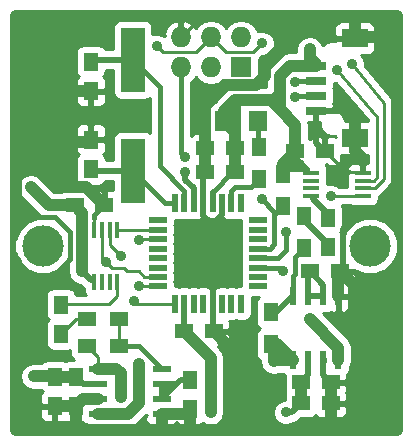
<source format=gtl>
G04 #@! TF.FileFunction,Copper,L1,Top,Signal*
%FSLAX46Y46*%
G04 Gerber Fmt 4.6, Leading zero omitted, Abs format (unit mm)*
G04 Created by KiCad (PCBNEW (2015-03-02 BZR 5466)-product) date Fri 06 Mar 2015 00:37:45 GMT*
%MOMM*%
G01*
G04 APERTURE LIST*
%ADD10C,0.100000*%
%ADD11C,3.500000*%
%ADD12R,0.550000X1.600000*%
%ADD13R,1.600000X0.550000*%
%ADD14R,0.450000X1.450000*%
%ADD15R,1.450000X0.450000*%
%ADD16R,0.600000X1.550000*%
%ADD17R,1.250000X1.500000*%
%ADD18R,1.500000X1.250000*%
%ADD19R,1.597660X1.800860*%
%ADD20R,1.300000X1.500000*%
%ADD21R,1.500000X1.300000*%
%ADD22R,1.550000X0.600000*%
%ADD23R,1.998980X5.499100*%
%ADD24R,1.727200X1.727200*%
%ADD25O,1.727200X1.727200*%
%ADD26R,2.200000X1.600000*%
%ADD27R,1.800000X0.700000*%
%ADD28C,0.889000*%
%ADD29C,0.254000*%
%ADD30C,0.381000*%
%ADD31C,0.508000*%
%ADD32C,1.016000*%
%ADD33C,1.000000*%
G04 APERTURE END LIST*
D10*
D11*
X83566000Y-83185000D03*
D12*
X100336000Y-79570000D03*
X99536000Y-79570000D03*
X98736000Y-79570000D03*
X97936000Y-79570000D03*
X97136000Y-79570000D03*
X96336000Y-79570000D03*
X95536000Y-79570000D03*
X94736000Y-79570000D03*
D13*
X93286000Y-81020000D03*
X93286000Y-81820000D03*
X93286000Y-82620000D03*
X93286000Y-83420000D03*
X93286000Y-84220000D03*
X93286000Y-85020000D03*
X93286000Y-85820000D03*
X93286000Y-86620000D03*
D12*
X94736000Y-88070000D03*
X95536000Y-88070000D03*
X96336000Y-88070000D03*
X97136000Y-88070000D03*
X97936000Y-88070000D03*
X98736000Y-88070000D03*
X99536000Y-88070000D03*
X100336000Y-88070000D03*
D13*
X101786000Y-86620000D03*
X101786000Y-85820000D03*
X101786000Y-85020000D03*
X101786000Y-84220000D03*
X101786000Y-83420000D03*
X101786000Y-82620000D03*
X101786000Y-81820000D03*
X101786000Y-81020000D03*
D14*
X87925000Y-86274000D03*
X88575000Y-86274000D03*
X89225000Y-86274000D03*
X89875000Y-86274000D03*
X89875000Y-81874000D03*
X89225000Y-81874000D03*
X88575000Y-81874000D03*
X87925000Y-81874000D03*
D15*
X106258000Y-77003000D03*
X106258000Y-77653000D03*
X106258000Y-78303000D03*
X106258000Y-78953000D03*
X110658000Y-78953000D03*
X110658000Y-78303000D03*
X110658000Y-77653000D03*
X110658000Y-77003000D03*
D16*
X108585000Y-87470000D03*
X107315000Y-87470000D03*
X106045000Y-87470000D03*
X104775000Y-87470000D03*
X104775000Y-92870000D03*
X106045000Y-92870000D03*
X107315000Y-92870000D03*
X108585000Y-92870000D03*
D17*
X87630000Y-67584000D03*
X87630000Y-70084000D03*
X87630000Y-76688000D03*
X87630000Y-74188000D03*
D18*
X99802000Y-76962000D03*
X97302000Y-76962000D03*
X95524000Y-90424000D03*
X98024000Y-90424000D03*
X99802000Y-74930000D03*
X97302000Y-74930000D03*
X86253000Y-79756000D03*
X88753000Y-79756000D03*
X104922000Y-75184000D03*
X107422000Y-75184000D03*
D17*
X85090000Y-88158000D03*
X85090000Y-90658000D03*
X107696000Y-80792000D03*
X107696000Y-83292000D03*
X96012000Y-94508000D03*
X96012000Y-97008000D03*
D18*
X106192000Y-85344000D03*
X108692000Y-85344000D03*
D17*
X86360000Y-94254000D03*
X86360000Y-96754000D03*
D18*
X105430000Y-94742000D03*
X107930000Y-94742000D03*
D17*
X84582000Y-94254000D03*
X84582000Y-96754000D03*
D18*
X105430000Y-96520000D03*
X107930000Y-96520000D03*
D19*
X98910140Y-72644000D03*
X101749860Y-72644000D03*
D20*
X103886000Y-77136000D03*
X103886000Y-79836000D03*
X101854000Y-74850000D03*
X101854000Y-77550000D03*
D21*
X87296000Y-89408000D03*
X89996000Y-89408000D03*
D20*
X105664000Y-80692000D03*
X105664000Y-83392000D03*
D21*
X89996000Y-91694000D03*
X87296000Y-91694000D03*
D20*
X102870000Y-88820000D03*
X102870000Y-91520000D03*
D22*
X93632000Y-97409000D03*
X93632000Y-96139000D03*
X93632000Y-94869000D03*
X93632000Y-93599000D03*
X88232000Y-93599000D03*
X88232000Y-94869000D03*
X88232000Y-96139000D03*
X88232000Y-97409000D03*
D23*
X91186000Y-67437000D03*
X91186000Y-76835000D03*
D11*
X111252000Y-83185000D03*
D24*
X100330000Y-68072000D03*
D25*
X100330000Y-65532000D03*
X97790000Y-68072000D03*
X97790000Y-65532000D03*
X95250000Y-68072000D03*
X95250000Y-65532000D03*
D26*
X109980000Y-65625000D03*
X109980000Y-74075000D03*
D27*
X106680000Y-69225000D03*
X106680000Y-67945000D03*
X106680000Y-70485000D03*
X106680000Y-71755000D03*
D28*
X91694000Y-86614000D03*
X102108000Y-79248000D03*
X95631000Y-75692000D03*
X109982000Y-72644000D03*
X113538000Y-76962000D03*
X110744000Y-75946000D03*
X113538000Y-70612000D03*
X99802000Y-76962000D03*
X95631002Y-76962000D03*
X106172000Y-66548000D03*
X104140000Y-97282000D03*
X97790000Y-97282000D03*
X82804000Y-94234000D03*
X82550002Y-78232000D03*
X103886000Y-85344000D03*
X104902000Y-69342000D03*
X104140000Y-82042000D03*
X104902000Y-70612000D03*
X90170000Y-84074000D03*
X91313000Y-87884000D03*
X109728000Y-67818000D03*
X108458000Y-68326000D03*
X88900000Y-84582000D03*
X93218000Y-66294000D03*
X102108000Y-66040000D03*
X90170000Y-96012000D03*
X91694000Y-93218000D03*
X103124000Y-92964000D03*
X106172000Y-89408000D03*
X91694000Y-82677000D03*
X107950000Y-78994000D03*
D29*
X92704000Y-86620000D02*
X93286000Y-86620000D01*
X91700000Y-86620000D02*
X93286000Y-86620000D01*
X91694000Y-86614000D02*
X91700000Y-86620000D01*
D30*
X102762000Y-83420000D02*
X103124000Y-83058000D01*
X103124000Y-83058000D02*
X103124000Y-80598000D01*
X103164000Y-80558000D02*
X103886000Y-79836000D01*
X103124000Y-80598000D02*
X103164000Y-80558000D01*
X101786000Y-83420000D02*
X102762000Y-83420000D01*
X103164000Y-80304000D02*
X102108000Y-79248000D01*
X103164000Y-80558000D02*
X103164000Y-80304000D01*
X95631000Y-75692000D02*
X95250000Y-75311000D01*
X95250000Y-75311000D02*
X95250000Y-68072000D01*
X81280000Y-80772000D02*
X84582000Y-80772000D01*
X85852000Y-84328000D02*
X84328000Y-85852000D01*
X85852000Y-82042000D02*
X85852000Y-84328000D01*
X84582000Y-80772000D02*
X85852000Y-82042000D01*
D31*
X81280000Y-81788000D02*
X81026000Y-82042000D01*
D32*
X81280000Y-84582000D02*
X81280000Y-98806000D01*
D31*
X81026000Y-82042000D02*
X81026000Y-84328000D01*
X81026000Y-84328000D02*
X81280000Y-84582000D01*
X108692000Y-85344000D02*
X108966000Y-85070000D01*
X108966000Y-85070000D02*
X108966000Y-81788000D01*
X110490000Y-80264000D02*
X113538000Y-80264000D01*
X108966000Y-81788000D02*
X110490000Y-80264000D01*
D32*
X113538000Y-88138000D02*
X113538000Y-84836000D01*
D31*
X113792000Y-81534000D02*
X113792000Y-84582000D01*
X113792000Y-84582000D02*
X113538000Y-84836000D01*
D32*
X113538000Y-81280000D02*
X113538000Y-80264000D01*
X113538000Y-80264000D02*
X113538000Y-76962000D01*
D31*
X113538000Y-81280000D02*
X113792000Y-81534000D01*
D32*
X97302000Y-74930000D02*
X97302000Y-76962000D01*
D31*
X86360000Y-96754000D02*
X86975000Y-96139000D01*
D32*
X84582000Y-96754000D02*
X86360000Y-96754000D01*
D31*
X97936000Y-90336000D02*
X98024000Y-90424000D01*
X97936000Y-88070000D02*
X97936000Y-90336000D01*
X107315000Y-94127000D02*
X107930000Y-94742000D01*
X107315000Y-92870000D02*
X107315000Y-94127000D01*
D33*
X107930000Y-96520000D02*
X107930000Y-94742000D01*
D32*
X109887000Y-65532000D02*
X109980000Y-65625000D01*
X109980000Y-65625000D02*
X110073000Y-65532000D01*
X110073000Y-65532000D02*
X113538000Y-65532000D01*
X109980000Y-72646000D02*
X109982000Y-72644000D01*
X109980000Y-74075000D02*
X109980000Y-72646000D01*
X109980000Y-75182000D02*
X110744000Y-75946000D01*
X109980000Y-74075000D02*
X109980000Y-75182000D01*
D29*
X110744000Y-76917000D02*
X110744000Y-75946000D01*
X110658000Y-77003000D02*
X110744000Y-76917000D01*
X110658000Y-77003000D02*
X110617000Y-76962000D01*
D31*
X109093000Y-71755000D02*
X109982000Y-72644000D01*
X106680000Y-71755000D02*
X109093000Y-71755000D01*
X106680000Y-74442000D02*
X107422000Y-75184000D01*
X106680000Y-71755000D02*
X106680000Y-74442000D01*
D29*
X109200000Y-76962000D02*
X107422000Y-75184000D01*
X110617000Y-76962000D02*
X109728000Y-76962000D01*
X109728000Y-76962000D02*
X109200000Y-76962000D01*
D32*
X99314000Y-98806000D02*
X98044000Y-98806000D01*
X107950000Y-98806000D02*
X99314000Y-98806000D01*
X113538000Y-98806000D02*
X107950000Y-98806000D01*
X113538000Y-88138000D02*
X113538000Y-98806000D01*
X98044000Y-98806000D02*
X96012000Y-98806000D01*
X93726000Y-98806000D02*
X86360000Y-98806000D01*
X96012000Y-98806000D02*
X93726000Y-98806000D01*
X86360000Y-98806000D02*
X81280000Y-98806000D01*
X81280000Y-78232000D02*
X81280000Y-80772000D01*
X81280000Y-80772000D02*
X81280000Y-81788000D01*
X81280000Y-76200000D02*
X81280000Y-78232000D01*
X81280000Y-74930000D02*
X81280000Y-76200000D01*
X81280000Y-74422000D02*
X81280000Y-74930000D01*
X81280000Y-72390000D02*
X81280000Y-74422000D01*
D31*
X97136000Y-80626000D02*
X97136000Y-79570000D01*
D30*
X98298000Y-81026000D02*
X97536000Y-81026000D01*
D31*
X97536000Y-81026000D02*
X97136000Y-80626000D01*
X98736000Y-80588000D02*
X98298000Y-81026000D01*
X98736000Y-79570000D02*
X98736000Y-80588000D01*
D30*
X97136000Y-77128000D02*
X97302000Y-76962000D01*
D31*
X97136000Y-79570000D02*
X97136000Y-77128000D01*
D32*
X108585000Y-85451000D02*
X108692000Y-85344000D01*
X108585000Y-87470000D02*
X108585000Y-85451000D01*
D33*
X107950000Y-96540000D02*
X107950000Y-98806000D01*
X107930000Y-96520000D02*
X107950000Y-96540000D01*
D32*
X95611000Y-97409000D02*
X96012000Y-97008000D01*
X93632000Y-97409000D02*
X95611000Y-97409000D01*
X96012000Y-97008000D02*
X96012000Y-98806000D01*
X86360000Y-98552000D02*
X86360000Y-98806000D01*
X86360000Y-98806000D02*
X86360000Y-98552000D01*
X86360000Y-96754000D02*
X86360000Y-98806000D01*
X86975000Y-96139000D02*
X86360000Y-96754000D01*
X88232000Y-96139000D02*
X86975000Y-96139000D01*
X93632000Y-98806000D02*
X93726000Y-98712000D01*
X93726000Y-98712000D02*
X93726000Y-98552000D01*
X93726000Y-98552000D02*
X93726000Y-98806000D01*
X93632000Y-97409000D02*
X93632000Y-98806000D01*
D29*
X87925000Y-81874000D02*
X87925000Y-80813000D01*
D30*
X87925000Y-80584000D02*
X88753000Y-79756000D01*
X87925000Y-80813000D02*
X87925000Y-80584000D01*
D32*
X109980000Y-65625000D02*
X109980000Y-63754000D01*
X99314000Y-91714000D02*
X99314000Y-98806000D01*
X98024000Y-90424000D02*
X99314000Y-91714000D01*
X111486000Y-88138000D02*
X113538000Y-88138000D01*
X108692000Y-85344000D02*
X111486000Y-88138000D01*
X87610000Y-70104000D02*
X81280000Y-70104000D01*
X87630000Y-70084000D02*
X87610000Y-70104000D01*
X87396000Y-74422000D02*
X81280000Y-74422000D01*
X87630000Y-74188000D02*
X87396000Y-74422000D01*
X87229000Y-78232000D02*
X84582000Y-78232000D01*
X84582000Y-78232000D02*
X81280000Y-74930000D01*
X88753000Y-79756000D02*
X87229000Y-78232000D01*
D31*
X97936000Y-81388000D02*
X98298000Y-81026000D01*
X97936000Y-88070000D02*
X97936000Y-81388000D01*
D32*
X81280000Y-70104000D02*
X81280000Y-72390000D01*
D33*
X113538000Y-70612000D02*
X113538000Y-76962000D01*
D32*
X113538000Y-70612000D02*
X113538000Y-65532000D01*
X109982000Y-63754000D02*
X113538000Y-63754000D01*
X113538000Y-63754000D02*
X113538000Y-70612000D01*
X81280000Y-63754000D02*
X81280000Y-70104000D01*
X109980000Y-63754000D02*
X109982000Y-63756000D01*
X109982000Y-63756000D02*
X109982000Y-64008000D01*
X109982000Y-64008000D02*
X109982000Y-63754000D01*
X103632000Y-63754000D02*
X109982000Y-63754000D01*
X98552000Y-63754000D02*
X102362000Y-63754000D01*
X102362000Y-63754000D02*
X103632000Y-63754000D01*
X97028000Y-63754000D02*
X98552000Y-63754000D01*
X95250000Y-63754000D02*
X97028000Y-63754000D01*
X81280000Y-63754000D02*
X95250000Y-63754000D01*
D29*
X95250000Y-65532000D02*
X97028000Y-63754000D01*
D33*
X102362000Y-68841998D02*
X101607998Y-69596000D01*
X103632000Y-66548000D02*
X103632000Y-63754000D01*
X103632000Y-66548000D02*
X102362000Y-67818000D01*
X102362000Y-67818000D02*
X102362000Y-68841998D01*
X101607998Y-69596000D02*
X99060000Y-69596000D01*
X97302000Y-74930000D02*
X97302000Y-71354000D01*
X97302000Y-71354000D02*
X97536000Y-71120000D01*
X97536000Y-71120000D02*
X99060000Y-69596000D01*
D31*
X105410000Y-76200000D02*
X103906000Y-76200000D01*
X104140000Y-76200000D02*
X104140000Y-75966000D01*
X103906000Y-76200000D02*
X104140000Y-76200000D01*
D32*
X99802000Y-76962000D02*
X99802000Y-74930000D01*
D30*
X98786000Y-72768140D02*
X98910140Y-72644000D01*
D31*
X86975000Y-94869000D02*
X88232000Y-94869000D01*
X86360000Y-94254000D02*
X86975000Y-94869000D01*
D32*
X84582000Y-94254000D02*
X86360000Y-94254000D01*
D31*
X95536000Y-90412000D02*
X95524000Y-90424000D01*
X95536000Y-88070000D02*
X95536000Y-90412000D01*
D29*
X106258000Y-77003000D02*
X106213000Y-77003000D01*
X106213000Y-77003000D02*
X105918000Y-76708000D01*
D31*
X105854500Y-76644500D02*
X105918000Y-76708000D01*
X104922000Y-75712000D02*
X105410000Y-76200000D01*
X105410000Y-76200000D02*
X105854500Y-76644500D01*
X104922000Y-75184000D02*
X104922000Y-75712000D01*
X104377500Y-76644500D02*
X103886000Y-77136000D01*
X105854500Y-76644500D02*
X104377500Y-76644500D01*
D33*
X105430000Y-96520000D02*
X105430000Y-94742000D01*
D31*
X106045000Y-94127000D02*
X105430000Y-94742000D01*
X106045000Y-92870000D02*
X106045000Y-94127000D01*
D32*
X104922000Y-72918000D02*
X104922000Y-75184000D01*
X103632000Y-71628000D02*
X104922000Y-72918000D01*
X103632000Y-70358000D02*
X103632000Y-71628000D01*
X104521000Y-67945000D02*
X103632000Y-68834000D01*
X103632000Y-68834000D02*
X103632000Y-70358000D01*
X106680000Y-67945000D02*
X104521000Y-67945000D01*
X103886000Y-76220000D02*
X104140000Y-75966000D01*
X103886000Y-77136000D02*
X103886000Y-76220000D01*
X104140000Y-75966000D02*
X104922000Y-75184000D01*
X99822000Y-70866000D02*
X102870000Y-70866000D01*
X102870000Y-70866000D02*
X103632000Y-71628000D01*
X99822000Y-70866000D02*
X99822000Y-70866000D01*
X98910140Y-71777860D02*
X99822000Y-70866000D01*
X98910140Y-72644000D02*
X98910140Y-71777860D01*
X103124000Y-70866000D02*
X103632000Y-70358000D01*
X102870000Y-70866000D02*
X103124000Y-70866000D01*
D31*
X96336000Y-78302000D02*
X95631002Y-77597002D01*
X95631002Y-77597002D02*
X95631002Y-76962000D01*
X96336000Y-79570000D02*
X96336000Y-78302000D01*
D30*
X99568000Y-76962000D02*
X99802000Y-76962000D01*
X97936000Y-78594000D02*
X99568000Y-76962000D01*
D31*
X97936000Y-79570000D02*
X97936000Y-78594000D01*
D32*
X99802000Y-73535860D02*
X99802000Y-74930000D01*
X98910140Y-72644000D02*
X99802000Y-73535860D01*
X99802000Y-70858002D02*
X99822000Y-70858002D01*
X99822000Y-70858002D02*
X99822000Y-70866000D01*
X99802000Y-73535860D02*
X99802000Y-70858002D01*
X106680000Y-67945000D02*
X106680000Y-67818000D01*
X106172000Y-67310000D02*
X106680000Y-67818000D01*
X106172000Y-67310000D02*
X106172000Y-66548000D01*
D31*
X104668000Y-97282000D02*
X105430000Y-96520000D01*
D32*
X95524000Y-90424000D02*
X97790000Y-92690000D01*
X84582000Y-94254000D02*
X84562000Y-94234000D01*
X82804000Y-94234000D02*
X84562000Y-94234000D01*
X86253000Y-79756000D02*
X86868000Y-80371000D01*
D29*
X87925000Y-86274000D02*
X87757000Y-86106000D01*
X87630000Y-86106000D02*
X87757000Y-86106000D01*
D32*
X86868000Y-80371000D02*
X86868000Y-85344000D01*
D31*
X87630000Y-86106000D02*
X86868000Y-85344000D01*
D32*
X84074002Y-79756000D02*
X86253000Y-79756000D01*
D31*
X104140000Y-97282000D02*
X104668000Y-97282000D01*
D32*
X97790000Y-92690000D02*
X97790000Y-97282000D01*
X84074002Y-79756000D02*
X82550002Y-78232000D01*
D31*
X91186000Y-67437000D02*
X87777000Y-67437000D01*
X87777000Y-67437000D02*
X87630000Y-67584000D01*
D30*
X87777000Y-67437000D02*
X87630000Y-67584000D01*
X95536000Y-79570000D02*
X95536000Y-78518000D01*
X93472000Y-69723000D02*
X91186000Y-67437000D01*
X93472000Y-76454000D02*
X93472000Y-69723000D01*
X95536000Y-78518000D02*
X93472000Y-76454000D01*
D31*
X91186000Y-76835000D02*
X87777000Y-76835000D01*
X87777000Y-76835000D02*
X87630000Y-76688000D01*
D30*
X94736000Y-79570000D02*
X93921000Y-79570000D01*
X93921000Y-79570000D02*
X91186000Y-76835000D01*
X101749860Y-72644000D02*
X101749860Y-74745860D01*
X101749860Y-74745860D02*
X101854000Y-74850000D01*
X103562000Y-85020000D02*
X103886000Y-85344000D01*
X104902000Y-69342000D02*
X105019000Y-69225000D01*
X105019000Y-69225000D02*
X106680000Y-69225000D01*
X101786000Y-85020000D02*
X103562000Y-85020000D01*
X103486000Y-84220000D02*
X104140000Y-83566000D01*
X104140000Y-83566000D02*
X104140000Y-82042000D01*
X104902000Y-70612000D02*
X105029000Y-70485000D01*
X105029000Y-70485000D02*
X106680000Y-70485000D01*
X101786000Y-84220000D02*
X103486000Y-84220000D01*
X99536000Y-78518000D02*
X99536000Y-79570000D01*
X99822000Y-78232000D02*
X99536000Y-78518000D01*
X101172000Y-78232000D02*
X101854000Y-77550000D01*
X99822000Y-78232000D02*
X101172000Y-78232000D01*
D29*
X89875000Y-86274000D02*
X89875000Y-87417000D01*
X89154000Y-88138000D02*
X85110000Y-88138000D01*
X89875000Y-87417000D02*
X89154000Y-88138000D01*
X85110000Y-88138000D02*
X85090000Y-88158000D01*
X87296000Y-89408000D02*
X86340000Y-89408000D01*
X86340000Y-89408000D02*
X85090000Y-90658000D01*
X106258000Y-78953000D02*
X106299000Y-78994000D01*
X106258000Y-78953000D02*
X106258000Y-79080000D01*
D31*
X107696000Y-80518000D02*
X107696000Y-80792000D01*
D29*
X106426000Y-79248000D02*
X106258000Y-79080000D01*
D31*
X107696000Y-80518000D02*
X106426000Y-79248000D01*
X105664000Y-80692000D02*
X105731000Y-80625000D01*
X107696000Y-83058000D02*
X107696000Y-83292000D01*
X105664000Y-81026000D02*
X107696000Y-83058000D01*
X105664000Y-80692000D02*
X105664000Y-81026000D01*
X93632000Y-94869000D02*
X93632000Y-94902000D01*
X93632000Y-94902000D02*
X94234000Y-95504000D01*
X93632000Y-96139000D02*
X93632000Y-94869000D01*
X95230000Y-94508000D02*
X94869000Y-94869000D01*
X94869000Y-94869000D02*
X93632000Y-94869000D01*
X96012000Y-94508000D02*
X95230000Y-94508000D01*
X93632000Y-96106000D02*
X94234000Y-95504000D01*
X94234000Y-95504000D02*
X94869000Y-94869000D01*
X93632000Y-96139000D02*
X93632000Y-96106000D01*
X106045000Y-87470000D02*
X106045000Y-87015000D01*
X107315000Y-86467000D02*
X106192000Y-85344000D01*
X107315000Y-87470000D02*
X107315000Y-86467000D01*
X106045000Y-85491000D02*
X106192000Y-85344000D01*
X106045000Y-87470000D02*
X106045000Y-85491000D01*
X107315000Y-87470000D02*
X106045000Y-87470000D01*
D29*
X94736000Y-88070000D02*
X91499000Y-88070000D01*
X91499000Y-88070000D02*
X91313000Y-87884000D01*
X89225000Y-83129000D02*
X90170000Y-84074000D01*
X89225000Y-81874000D02*
X89225000Y-83129000D01*
X111689000Y-78303000D02*
X112458500Y-77533500D01*
X110658000Y-78303000D02*
X111689000Y-78303000D01*
X112458500Y-77533500D02*
X112458500Y-71056500D01*
X109728000Y-67818000D02*
X112395000Y-70993000D01*
X90424000Y-85090000D02*
X89408000Y-85090000D01*
X88900000Y-84582000D02*
X88575000Y-84257000D01*
X89408000Y-85090000D02*
X88900000Y-84582000D01*
X88575000Y-84257000D02*
X88575000Y-81874000D01*
X90678000Y-85344000D02*
X90424000Y-85090000D01*
X92170000Y-85820000D02*
X91694000Y-85344000D01*
X91694000Y-85344000D02*
X90678000Y-85344000D01*
X93286000Y-85820000D02*
X92170000Y-85820000D01*
X111887000Y-77343000D02*
X111887000Y-72263000D01*
X111887000Y-77343000D02*
X111577000Y-77653000D01*
X110658000Y-77653000D02*
X111577000Y-77653000D01*
X108458000Y-68326000D02*
X111887000Y-72263000D01*
X93726000Y-66802000D02*
X96520000Y-66802000D01*
X93218000Y-66294000D02*
X93726000Y-66802000D01*
X97790000Y-65532000D02*
X96520000Y-66802000D01*
X99060000Y-66802000D02*
X101346000Y-66802000D01*
X101346000Y-66802000D02*
X102108000Y-66040000D01*
X97790000Y-65532000D02*
X99060000Y-66802000D01*
D32*
X88232000Y-93599000D02*
X89789000Y-93599000D01*
D29*
X88232000Y-93599000D02*
X88232000Y-92630000D01*
X88232000Y-92630000D02*
X87296000Y-91694000D01*
D32*
X90170000Y-93980000D02*
X89789000Y-93599000D01*
X90170000Y-96012000D02*
X90170000Y-93980000D01*
X90805000Y-97409000D02*
X88232000Y-97409000D01*
X91694000Y-96520000D02*
X91694000Y-93218000D01*
X90805000Y-97409000D02*
X91694000Y-96520000D01*
X103218000Y-92870000D02*
X103124000Y-92964000D01*
X104775000Y-92870000D02*
X103218000Y-92870000D01*
X103124000Y-91774000D02*
X103124000Y-92964000D01*
X102870000Y-91520000D02*
X103124000Y-91774000D01*
X103425000Y-91520000D02*
X102870000Y-91520000D01*
X104775000Y-92870000D02*
X103425000Y-91520000D01*
D33*
X106172000Y-89408000D02*
X108585000Y-91821000D01*
X108585000Y-91821000D02*
X108585000Y-92870000D01*
D29*
X89996000Y-89408000D02*
X89996000Y-91694000D01*
D30*
X91727000Y-91694000D02*
X89996000Y-91694000D01*
X93632000Y-93599000D02*
X91727000Y-91694000D01*
D31*
X103298000Y-88820000D02*
X104775000Y-87470000D01*
X102870000Y-88820000D02*
X103298000Y-88820000D01*
D29*
X105664000Y-83392000D02*
X105330000Y-83392000D01*
D30*
X104775000Y-85725000D02*
X104902000Y-85598000D01*
X104902000Y-85598000D02*
X104902000Y-84154000D01*
X104902000Y-84154000D02*
X105664000Y-83392000D01*
X104775000Y-87470000D02*
X104775000Y-85725000D01*
D29*
X89929000Y-81820000D02*
X89875000Y-81874000D01*
X93286000Y-81820000D02*
X89929000Y-81820000D01*
X91764000Y-82620000D02*
X91707000Y-82677000D01*
X91707000Y-82677000D02*
X91694000Y-82677000D01*
X107991000Y-78953000D02*
X110658000Y-78953000D01*
X107991000Y-78953000D02*
X107950000Y-78994000D01*
X93286000Y-82620000D02*
X91764000Y-82620000D01*
G36*
X88379000Y-96266000D02*
X88359000Y-96266000D01*
X88232000Y-96266000D01*
X88131449Y-96286000D01*
X88105000Y-96286000D01*
X88105000Y-96266000D01*
X88085000Y-96266000D01*
X88085000Y-96012000D01*
X88105000Y-96012000D01*
X88105000Y-95992000D01*
X88359000Y-95992000D01*
X88359000Y-96012000D01*
X88379000Y-96012000D01*
X88379000Y-96266000D01*
X88379000Y-96266000D01*
G37*
X88379000Y-96266000D02*
X88359000Y-96266000D01*
X88232000Y-96266000D01*
X88131449Y-96286000D01*
X88105000Y-96286000D01*
X88105000Y-96266000D01*
X88085000Y-96266000D01*
X88085000Y-96012000D01*
X88105000Y-96012000D01*
X88105000Y-95992000D01*
X88359000Y-95992000D01*
X88359000Y-96012000D01*
X88379000Y-96012000D01*
X88379000Y-96266000D01*
G36*
X100363213Y-86222065D02*
X100338560Y-86345000D01*
X100338560Y-86622560D01*
X100061000Y-86622560D01*
X99933934Y-86647213D01*
X99811000Y-86622560D01*
X99261000Y-86622560D01*
X99133934Y-86647213D01*
X99011000Y-86622560D01*
X98461000Y-86622560D01*
X98356313Y-86642871D01*
X98337310Y-86635000D01*
X98221750Y-86635000D01*
X98126590Y-86730159D01*
X98006073Y-86809327D01*
X97936045Y-86913068D01*
X97871673Y-86815073D01*
X97744437Y-86729187D01*
X97650250Y-86635000D01*
X97534690Y-86635000D01*
X97514576Y-86643331D01*
X97411000Y-86622560D01*
X96861000Y-86622560D01*
X96733934Y-86647213D01*
X96611000Y-86622560D01*
X96061000Y-86622560D01*
X95933934Y-86647213D01*
X95811000Y-86622560D01*
X95261000Y-86622560D01*
X95133934Y-86647213D01*
X95011000Y-86622560D01*
X94733440Y-86622560D01*
X94733440Y-86345000D01*
X94708786Y-86217934D01*
X94733440Y-86095000D01*
X94733440Y-85545000D01*
X94708786Y-85417934D01*
X94733440Y-85295000D01*
X94733440Y-84745000D01*
X94708786Y-84617934D01*
X94733440Y-84495000D01*
X94733440Y-83945000D01*
X94708786Y-83817934D01*
X94733440Y-83695000D01*
X94733440Y-83145000D01*
X94708786Y-83017934D01*
X94733440Y-82895000D01*
X94733440Y-82345000D01*
X94708786Y-82217934D01*
X94733440Y-82095000D01*
X94733440Y-81545000D01*
X94708786Y-81417934D01*
X94733440Y-81295000D01*
X94733440Y-81017440D01*
X95011000Y-81017440D01*
X95138065Y-80992786D01*
X95261000Y-81017440D01*
X95811000Y-81017440D01*
X95938065Y-80992786D01*
X96061000Y-81017440D01*
X96611000Y-81017440D01*
X96715686Y-80997128D01*
X96734690Y-81005000D01*
X96850250Y-81005000D01*
X96945409Y-80909840D01*
X97065927Y-80830673D01*
X97135954Y-80726931D01*
X97200327Y-80824927D01*
X97327562Y-80910812D01*
X97421750Y-81005000D01*
X97537310Y-81005000D01*
X97557423Y-80996668D01*
X97661000Y-81017440D01*
X98211000Y-81017440D01*
X98315686Y-80997128D01*
X98334690Y-81005000D01*
X98450250Y-81005000D01*
X98545409Y-80909840D01*
X98665927Y-80830673D01*
X98735954Y-80726931D01*
X98800327Y-80824927D01*
X98927562Y-80910812D01*
X99021750Y-81005000D01*
X99137310Y-81005000D01*
X99157423Y-80996668D01*
X99261000Y-81017440D01*
X99811000Y-81017440D01*
X99938065Y-80992786D01*
X100061000Y-81017440D01*
X100338560Y-81017440D01*
X100338560Y-81295000D01*
X100363213Y-81422065D01*
X100338560Y-81545000D01*
X100338560Y-82095000D01*
X100363213Y-82222065D01*
X100338560Y-82345000D01*
X100338560Y-82895000D01*
X100363213Y-83022065D01*
X100338560Y-83145000D01*
X100338560Y-83695000D01*
X100363213Y-83822065D01*
X100338560Y-83945000D01*
X100338560Y-84495000D01*
X100363213Y-84622065D01*
X100338560Y-84745000D01*
X100338560Y-85295000D01*
X100363213Y-85422065D01*
X100338560Y-85545000D01*
X100338560Y-86095000D01*
X100363213Y-86222065D01*
X100363213Y-86222065D01*
G37*
X100363213Y-86222065D02*
X100338560Y-86345000D01*
X100338560Y-86622560D01*
X100061000Y-86622560D01*
X99933934Y-86647213D01*
X99811000Y-86622560D01*
X99261000Y-86622560D01*
X99133934Y-86647213D01*
X99011000Y-86622560D01*
X98461000Y-86622560D01*
X98356313Y-86642871D01*
X98337310Y-86635000D01*
X98221750Y-86635000D01*
X98126590Y-86730159D01*
X98006073Y-86809327D01*
X97936045Y-86913068D01*
X97871673Y-86815073D01*
X97744437Y-86729187D01*
X97650250Y-86635000D01*
X97534690Y-86635000D01*
X97514576Y-86643331D01*
X97411000Y-86622560D01*
X96861000Y-86622560D01*
X96733934Y-86647213D01*
X96611000Y-86622560D01*
X96061000Y-86622560D01*
X95933934Y-86647213D01*
X95811000Y-86622560D01*
X95261000Y-86622560D01*
X95133934Y-86647213D01*
X95011000Y-86622560D01*
X94733440Y-86622560D01*
X94733440Y-86345000D01*
X94708786Y-86217934D01*
X94733440Y-86095000D01*
X94733440Y-85545000D01*
X94708786Y-85417934D01*
X94733440Y-85295000D01*
X94733440Y-84745000D01*
X94708786Y-84617934D01*
X94733440Y-84495000D01*
X94733440Y-83945000D01*
X94708786Y-83817934D01*
X94733440Y-83695000D01*
X94733440Y-83145000D01*
X94708786Y-83017934D01*
X94733440Y-82895000D01*
X94733440Y-82345000D01*
X94708786Y-82217934D01*
X94733440Y-82095000D01*
X94733440Y-81545000D01*
X94708786Y-81417934D01*
X94733440Y-81295000D01*
X94733440Y-81017440D01*
X95011000Y-81017440D01*
X95138065Y-80992786D01*
X95261000Y-81017440D01*
X95811000Y-81017440D01*
X95938065Y-80992786D01*
X96061000Y-81017440D01*
X96611000Y-81017440D01*
X96715686Y-80997128D01*
X96734690Y-81005000D01*
X96850250Y-81005000D01*
X96945409Y-80909840D01*
X97065927Y-80830673D01*
X97135954Y-80726931D01*
X97200327Y-80824927D01*
X97327562Y-80910812D01*
X97421750Y-81005000D01*
X97537310Y-81005000D01*
X97557423Y-80996668D01*
X97661000Y-81017440D01*
X98211000Y-81017440D01*
X98315686Y-80997128D01*
X98334690Y-81005000D01*
X98450250Y-81005000D01*
X98545409Y-80909840D01*
X98665927Y-80830673D01*
X98735954Y-80726931D01*
X98800327Y-80824927D01*
X98927562Y-80910812D01*
X99021750Y-81005000D01*
X99137310Y-81005000D01*
X99157423Y-80996668D01*
X99261000Y-81017440D01*
X99811000Y-81017440D01*
X99938065Y-80992786D01*
X100061000Y-81017440D01*
X100338560Y-81017440D01*
X100338560Y-81295000D01*
X100363213Y-81422065D01*
X100338560Y-81545000D01*
X100338560Y-82095000D01*
X100363213Y-82222065D01*
X100338560Y-82345000D01*
X100338560Y-82895000D01*
X100363213Y-83022065D01*
X100338560Y-83145000D01*
X100338560Y-83695000D01*
X100363213Y-83822065D01*
X100338560Y-83945000D01*
X100338560Y-84495000D01*
X100363213Y-84622065D01*
X100338560Y-84745000D01*
X100338560Y-85295000D01*
X100363213Y-85422065D01*
X100338560Y-85545000D01*
X100338560Y-86095000D01*
X100363213Y-86222065D01*
G36*
X107462000Y-92997000D02*
X107442000Y-92997000D01*
X107442000Y-93017000D01*
X107188000Y-93017000D01*
X107188000Y-92997000D01*
X107168000Y-92997000D01*
X107168000Y-92743000D01*
X107188000Y-92743000D01*
X107188000Y-92723000D01*
X107442000Y-92723000D01*
X107442000Y-92743000D01*
X107450000Y-92743000D01*
X107450000Y-92870000D01*
X107462000Y-92930330D01*
X107462000Y-92997000D01*
X107462000Y-92997000D01*
G37*
X107462000Y-92997000D02*
X107442000Y-92997000D01*
X107442000Y-93017000D01*
X107188000Y-93017000D01*
X107188000Y-92997000D01*
X107168000Y-92997000D01*
X107168000Y-92743000D01*
X107188000Y-92743000D01*
X107188000Y-92723000D01*
X107442000Y-92723000D01*
X107442000Y-92743000D01*
X107450000Y-92743000D01*
X107450000Y-92870000D01*
X107462000Y-92930330D01*
X107462000Y-92997000D01*
G36*
X108403748Y-73947998D02*
X108356245Y-73947998D01*
X108298309Y-73924000D01*
X107707750Y-73924000D01*
X107549000Y-74082750D01*
X107549000Y-75057000D01*
X107569000Y-75057000D01*
X107569000Y-75311000D01*
X107549000Y-75311000D01*
X107549000Y-75331000D01*
X107295000Y-75331000D01*
X107295000Y-75311000D01*
X107275000Y-75311000D01*
X107275000Y-75057000D01*
X107295000Y-75057000D01*
X107295000Y-74082750D01*
X107136250Y-73924000D01*
X106545691Y-73924000D01*
X106312302Y-74020673D01*
X106170823Y-74162150D01*
X106132673Y-74104073D01*
X106065000Y-74058392D01*
X106065000Y-72918000D01*
X106029593Y-72740000D01*
X106394250Y-72740000D01*
X106553000Y-72581250D01*
X106553000Y-71882000D01*
X106533000Y-71882000D01*
X106533000Y-71628000D01*
X106553000Y-71628000D01*
X106553000Y-71608000D01*
X106807000Y-71608000D01*
X106807000Y-71628000D01*
X106827000Y-71628000D01*
X106827000Y-71882000D01*
X106807000Y-71882000D01*
X106807000Y-72581250D01*
X106965750Y-72740000D01*
X106995030Y-72740000D01*
X106994812Y-72989873D01*
X107159646Y-73388800D01*
X107464595Y-73694282D01*
X107863233Y-73859811D01*
X108294873Y-73860188D01*
X108309778Y-73854028D01*
X108403748Y-73947998D01*
X108403748Y-73947998D01*
G37*
X108403748Y-73947998D02*
X108356245Y-73947998D01*
X108298309Y-73924000D01*
X107707750Y-73924000D01*
X107549000Y-74082750D01*
X107549000Y-75057000D01*
X107569000Y-75057000D01*
X107569000Y-75311000D01*
X107549000Y-75311000D01*
X107549000Y-75331000D01*
X107295000Y-75331000D01*
X107295000Y-75311000D01*
X107275000Y-75311000D01*
X107275000Y-75057000D01*
X107295000Y-75057000D01*
X107295000Y-74082750D01*
X107136250Y-73924000D01*
X106545691Y-73924000D01*
X106312302Y-74020673D01*
X106170823Y-74162150D01*
X106132673Y-74104073D01*
X106065000Y-74058392D01*
X106065000Y-72918000D01*
X106029593Y-72740000D01*
X106394250Y-72740000D01*
X106553000Y-72581250D01*
X106553000Y-71882000D01*
X106533000Y-71882000D01*
X106533000Y-71628000D01*
X106553000Y-71628000D01*
X106553000Y-71608000D01*
X106807000Y-71608000D01*
X106807000Y-71628000D01*
X106827000Y-71628000D01*
X106827000Y-71882000D01*
X106807000Y-71882000D01*
X106807000Y-72581250D01*
X106965750Y-72740000D01*
X106995030Y-72740000D01*
X106994812Y-72989873D01*
X107159646Y-73388800D01*
X107464595Y-73694282D01*
X107863233Y-73859811D01*
X108294873Y-73860188D01*
X108309778Y-73854028D01*
X108403748Y-73947998D01*
G36*
X111125000Y-76143000D02*
X110943750Y-76143000D01*
X110785000Y-76301750D01*
X110785000Y-76780560D01*
X110531000Y-76780560D01*
X110531000Y-76301750D01*
X110372250Y-76143000D01*
X109853000Y-76143000D01*
X109806691Y-76143000D01*
X109573302Y-76239673D01*
X109394673Y-76418301D01*
X109298000Y-76651690D01*
X109298000Y-76731750D01*
X109456750Y-76890500D01*
X109595027Y-76890500D01*
X109478073Y-76967327D01*
X109335623Y-77178360D01*
X109321006Y-77251243D01*
X109298000Y-77274250D01*
X109298000Y-77354310D01*
X109299575Y-77358112D01*
X109285560Y-77428000D01*
X109285560Y-77878000D01*
X109305282Y-77979652D01*
X109285560Y-78078000D01*
X109285560Y-78191000D01*
X108673713Y-78191000D01*
X108562286Y-78079378D01*
X108165668Y-77914687D01*
X107736216Y-77914313D01*
X107612943Y-77965248D01*
X107630440Y-77878000D01*
X107630440Y-77428000D01*
X107610717Y-77326347D01*
X107630440Y-77228000D01*
X107630440Y-76778000D01*
X107583463Y-76535877D01*
X107523109Y-76444000D01*
X107549002Y-76444000D01*
X107549002Y-76285252D01*
X107707750Y-76444000D01*
X108298309Y-76444000D01*
X108531698Y-76347327D01*
X108710327Y-76168699D01*
X108807000Y-75935310D01*
X108807000Y-75682691D01*
X108807000Y-75510000D01*
X109006309Y-75510000D01*
X109694250Y-75510000D01*
X109853000Y-75351250D01*
X109853000Y-74202000D01*
X109833000Y-74202000D01*
X109833000Y-73948000D01*
X109853000Y-73948000D01*
X109853000Y-72798750D01*
X109694250Y-72640000D01*
X109165118Y-72640000D01*
X109165188Y-72560127D01*
X109000354Y-72161200D01*
X108695405Y-71855718D01*
X108296767Y-71690189D01*
X108215000Y-71690117D01*
X108215000Y-71627998D01*
X108056252Y-71627998D01*
X108215000Y-71469250D01*
X108215000Y-71278691D01*
X108150880Y-71123893D01*
X108177377Y-71084640D01*
X108227440Y-70835000D01*
X108227440Y-70135000D01*
X108180463Y-69892877D01*
X108156223Y-69855977D01*
X108177377Y-69824640D01*
X108227440Y-69575000D01*
X108227440Y-69399129D01*
X108242332Y-69405313D01*
X108387656Y-69405439D01*
X111125000Y-72548315D01*
X111125000Y-72640000D01*
X110953691Y-72640000D01*
X110265750Y-72640000D01*
X110107000Y-72798750D01*
X110107000Y-73948000D01*
X110127000Y-73948000D01*
X110127000Y-74202000D01*
X110107000Y-74202000D01*
X110107000Y-75351250D01*
X110265750Y-75510000D01*
X110953691Y-75510000D01*
X111125000Y-75510000D01*
X111125000Y-76143000D01*
X111125000Y-76143000D01*
G37*
X111125000Y-76143000D02*
X110943750Y-76143000D01*
X110785000Y-76301750D01*
X110785000Y-76780560D01*
X110531000Y-76780560D01*
X110531000Y-76301750D01*
X110372250Y-76143000D01*
X109853000Y-76143000D01*
X109806691Y-76143000D01*
X109573302Y-76239673D01*
X109394673Y-76418301D01*
X109298000Y-76651690D01*
X109298000Y-76731750D01*
X109456750Y-76890500D01*
X109595027Y-76890500D01*
X109478073Y-76967327D01*
X109335623Y-77178360D01*
X109321006Y-77251243D01*
X109298000Y-77274250D01*
X109298000Y-77354310D01*
X109299575Y-77358112D01*
X109285560Y-77428000D01*
X109285560Y-77878000D01*
X109305282Y-77979652D01*
X109285560Y-78078000D01*
X109285560Y-78191000D01*
X108673713Y-78191000D01*
X108562286Y-78079378D01*
X108165668Y-77914687D01*
X107736216Y-77914313D01*
X107612943Y-77965248D01*
X107630440Y-77878000D01*
X107630440Y-77428000D01*
X107610717Y-77326347D01*
X107630440Y-77228000D01*
X107630440Y-76778000D01*
X107583463Y-76535877D01*
X107523109Y-76444000D01*
X107549002Y-76444000D01*
X107549002Y-76285252D01*
X107707750Y-76444000D01*
X108298309Y-76444000D01*
X108531698Y-76347327D01*
X108710327Y-76168699D01*
X108807000Y-75935310D01*
X108807000Y-75682691D01*
X108807000Y-75510000D01*
X109006309Y-75510000D01*
X109694250Y-75510000D01*
X109853000Y-75351250D01*
X109853000Y-74202000D01*
X109833000Y-74202000D01*
X109833000Y-73948000D01*
X109853000Y-73948000D01*
X109853000Y-72798750D01*
X109694250Y-72640000D01*
X109165118Y-72640000D01*
X109165188Y-72560127D01*
X109000354Y-72161200D01*
X108695405Y-71855718D01*
X108296767Y-71690189D01*
X108215000Y-71690117D01*
X108215000Y-71627998D01*
X108056252Y-71627998D01*
X108215000Y-71469250D01*
X108215000Y-71278691D01*
X108150880Y-71123893D01*
X108177377Y-71084640D01*
X108227440Y-70835000D01*
X108227440Y-70135000D01*
X108180463Y-69892877D01*
X108156223Y-69855977D01*
X108177377Y-69824640D01*
X108227440Y-69575000D01*
X108227440Y-69399129D01*
X108242332Y-69405313D01*
X108387656Y-69405439D01*
X111125000Y-72548315D01*
X111125000Y-72640000D01*
X110953691Y-72640000D01*
X110265750Y-72640000D01*
X110107000Y-72798750D01*
X110107000Y-73948000D01*
X110127000Y-73948000D01*
X110127000Y-74202000D01*
X110107000Y-74202000D01*
X110107000Y-75351250D01*
X110265750Y-75510000D01*
X110953691Y-75510000D01*
X111125000Y-75510000D01*
X111125000Y-76143000D01*
G36*
X113615000Y-82658431D02*
X113275084Y-81835771D01*
X112604758Y-81164274D01*
X111728487Y-80800415D01*
X110779675Y-80799587D01*
X109902771Y-81161916D01*
X109231274Y-81832242D01*
X108958286Y-82489669D01*
X108921463Y-82299877D01*
X108781673Y-82087073D01*
X108715471Y-82042386D01*
X108775927Y-82002673D01*
X108918377Y-81791640D01*
X108968440Y-81542000D01*
X108968440Y-80042000D01*
X108921463Y-79799877D01*
X108865707Y-79715000D01*
X109593914Y-79715000D01*
X109683360Y-79775377D01*
X109933000Y-79825440D01*
X111383000Y-79825440D01*
X111625123Y-79778463D01*
X111837927Y-79638673D01*
X111980377Y-79427640D01*
X112030440Y-79178000D01*
X112030440Y-78973697D01*
X112030440Y-78973696D01*
X112227815Y-78841815D01*
X112997315Y-78072316D01*
X112997315Y-78072315D01*
X113162496Y-77825105D01*
X113220499Y-77533500D01*
X113220500Y-77533500D01*
X113220500Y-71056500D01*
X113162496Y-70764895D01*
X112997315Y-70517685D01*
X112980379Y-70506369D01*
X112978467Y-70502887D01*
X110807413Y-67918300D01*
X110807687Y-67604216D01*
X110643689Y-67207311D01*
X110496634Y-67060000D01*
X110953691Y-67060000D01*
X111206310Y-67060000D01*
X111439699Y-66963327D01*
X111618327Y-66784698D01*
X111715000Y-66551309D01*
X111715000Y-65910750D01*
X111715000Y-65339250D01*
X111715000Y-64698691D01*
X111618327Y-64465302D01*
X111439699Y-64286673D01*
X111206310Y-64190000D01*
X110953691Y-64190000D01*
X110265750Y-64190000D01*
X110107000Y-64348750D01*
X110107000Y-65498000D01*
X111556250Y-65498000D01*
X111715000Y-65339250D01*
X111715000Y-65910750D01*
X111556250Y-65752000D01*
X110107000Y-65752000D01*
X110107000Y-65772000D01*
X109853000Y-65772000D01*
X109853000Y-65752000D01*
X109853000Y-65498000D01*
X109853000Y-64348750D01*
X109694250Y-64190000D01*
X109006309Y-64190000D01*
X108753690Y-64190000D01*
X108520301Y-64286673D01*
X108341673Y-64465302D01*
X108245000Y-64698691D01*
X108245000Y-65339250D01*
X108403750Y-65498000D01*
X109853000Y-65498000D01*
X109853000Y-65752000D01*
X108403750Y-65752000D01*
X108310046Y-65845703D01*
X108296767Y-65840189D01*
X107865127Y-65839812D01*
X107466200Y-66004646D01*
X107249874Y-66220593D01*
X107227994Y-66110593D01*
X106980223Y-65739777D01*
X106609407Y-65492006D01*
X106172000Y-65405000D01*
X105734593Y-65492006D01*
X105363777Y-65739777D01*
X105116006Y-66110593D01*
X105029000Y-66548000D01*
X105029000Y-66802000D01*
X104521000Y-66802000D01*
X104083593Y-66889006D01*
X103712777Y-67136777D01*
X102823777Y-68025777D01*
X102576006Y-68396593D01*
X102489000Y-68834000D01*
X102489000Y-69723000D01*
X99862208Y-69723000D01*
X99822000Y-69715002D01*
X99802000Y-69715002D01*
X99364593Y-69802008D01*
X98993777Y-70049779D01*
X98937398Y-70134155D01*
X98101917Y-70969637D01*
X98003408Y-71117065D01*
X97869187Y-71143107D01*
X97656383Y-71282897D01*
X97513933Y-71493930D01*
X97463870Y-71743570D01*
X97463870Y-73544430D01*
X97504404Y-73753345D01*
X97429000Y-73828750D01*
X97429000Y-74803000D01*
X97449000Y-74803000D01*
X97449000Y-75057000D01*
X97429000Y-75057000D01*
X97429000Y-75860750D01*
X97429000Y-76031250D01*
X97429000Y-76835000D01*
X97449000Y-76835000D01*
X97449000Y-77089000D01*
X97429000Y-77089000D01*
X97429000Y-77109000D01*
X97175000Y-77109000D01*
X97175000Y-77089000D01*
X97155000Y-77089000D01*
X97155000Y-76835000D01*
X97175000Y-76835000D01*
X97175000Y-76031250D01*
X97175000Y-75860750D01*
X97175000Y-75057000D01*
X97155000Y-75057000D01*
X97155000Y-74803000D01*
X97175000Y-74803000D01*
X97175000Y-73828750D01*
X97016250Y-73670000D01*
X96425691Y-73670000D01*
X96192302Y-73766673D01*
X96075500Y-73883474D01*
X96075500Y-69307754D01*
X96339029Y-69131670D01*
X96520000Y-68860827D01*
X96700971Y-69131670D01*
X97187152Y-69456526D01*
X97760641Y-69570600D01*
X97819359Y-69570600D01*
X98392848Y-69456526D01*
X98859529Y-69144699D01*
X98865937Y-69177723D01*
X99005727Y-69390527D01*
X99216760Y-69532977D01*
X99466400Y-69583040D01*
X101193600Y-69583040D01*
X101435723Y-69536063D01*
X101648527Y-69396273D01*
X101790977Y-69185240D01*
X101841040Y-68935600D01*
X101841040Y-67370064D01*
X101884815Y-67340815D01*
X102106131Y-67119499D01*
X102321784Y-67119687D01*
X102718689Y-66955689D01*
X103022622Y-66652286D01*
X103187313Y-66255668D01*
X103187687Y-65826216D01*
X103023689Y-65429311D01*
X102720286Y-65125378D01*
X102323668Y-64960687D01*
X101894216Y-64960313D01*
X101755633Y-65017574D01*
X101743885Y-64958511D01*
X101419029Y-64472330D01*
X100932848Y-64147474D01*
X100359359Y-64033400D01*
X100300641Y-64033400D01*
X99727152Y-64147474D01*
X99240971Y-64472330D01*
X99060000Y-64743172D01*
X98879029Y-64472330D01*
X98392848Y-64147474D01*
X97819359Y-64033400D01*
X97760641Y-64033400D01*
X97187152Y-64147474D01*
X96700971Y-64472330D01*
X96520007Y-64743160D01*
X96138490Y-64325179D01*
X95609027Y-64077032D01*
X95377000Y-64197531D01*
X95377000Y-65405000D01*
X95397000Y-65405000D01*
X95397000Y-65659000D01*
X95377000Y-65659000D01*
X95377000Y-65679000D01*
X95123000Y-65679000D01*
X95123000Y-65659000D01*
X95103000Y-65659000D01*
X95103000Y-65405000D01*
X95123000Y-65405000D01*
X95123000Y-64197531D01*
X94890973Y-64077032D01*
X94361510Y-64325179D01*
X93967312Y-64757053D01*
X93795042Y-65172974D01*
X93916181Y-65404998D01*
X93855861Y-65404998D01*
X93830286Y-65379378D01*
X93433668Y-65214687D01*
X93004216Y-65214313D01*
X92832930Y-65285087D01*
X92832930Y-64687450D01*
X92785953Y-64445327D01*
X92646163Y-64232523D01*
X92435130Y-64090073D01*
X92185490Y-64040010D01*
X90186510Y-64040010D01*
X89944387Y-64086987D01*
X89731583Y-64226777D01*
X89589133Y-64437810D01*
X89539070Y-64687450D01*
X89539070Y-66548000D01*
X88826640Y-66548000D01*
X88715673Y-66379073D01*
X88504640Y-66236623D01*
X88255000Y-66186560D01*
X87005000Y-66186560D01*
X86762877Y-66233537D01*
X86550073Y-66373327D01*
X86407623Y-66584360D01*
X86357560Y-66834000D01*
X86357560Y-68334000D01*
X86404537Y-68576123D01*
X86544327Y-68788927D01*
X86608637Y-68832337D01*
X86466673Y-68974302D01*
X86370000Y-69207691D01*
X86370000Y-69798250D01*
X86528750Y-69957000D01*
X87503000Y-69957000D01*
X87503000Y-69937000D01*
X87757000Y-69937000D01*
X87757000Y-69957000D01*
X88731250Y-69957000D01*
X88890000Y-69798250D01*
X88890000Y-69207691D01*
X88793327Y-68974302D01*
X88651849Y-68832823D01*
X88709927Y-68794673D01*
X88852377Y-68583640D01*
X88902440Y-68334000D01*
X88902440Y-68326000D01*
X89539070Y-68326000D01*
X89539070Y-70186550D01*
X89586047Y-70428673D01*
X89725837Y-70641477D01*
X89936870Y-70783927D01*
X90186510Y-70833990D01*
X92185490Y-70833990D01*
X92427613Y-70787013D01*
X92640417Y-70647223D01*
X92646500Y-70638211D01*
X92646500Y-73631036D01*
X92646163Y-73630523D01*
X92435130Y-73488073D01*
X92185490Y-73438010D01*
X90186510Y-73438010D01*
X89944387Y-73484987D01*
X89731583Y-73624777D01*
X89589133Y-73835810D01*
X89539070Y-74085450D01*
X89539070Y-75946000D01*
X88902440Y-75946000D01*
X88902440Y-75938000D01*
X88855463Y-75695877D01*
X88715673Y-75483073D01*
X88651362Y-75439662D01*
X88793327Y-75297698D01*
X88890000Y-75064309D01*
X88890000Y-74473750D01*
X88890000Y-73902250D01*
X88890000Y-73311691D01*
X88890000Y-70960309D01*
X88890000Y-70369750D01*
X88731250Y-70211000D01*
X87757000Y-70211000D01*
X87757000Y-71310250D01*
X87915750Y-71469000D01*
X88128691Y-71469000D01*
X88381310Y-71469000D01*
X88614699Y-71372327D01*
X88793327Y-71193698D01*
X88890000Y-70960309D01*
X88890000Y-73311691D01*
X88793327Y-73078302D01*
X88614699Y-72899673D01*
X88381310Y-72803000D01*
X88128691Y-72803000D01*
X87915750Y-72803000D01*
X87757000Y-72961750D01*
X87757000Y-74061000D01*
X88731250Y-74061000D01*
X88890000Y-73902250D01*
X88890000Y-74473750D01*
X88731250Y-74315000D01*
X87757000Y-74315000D01*
X87757000Y-74335000D01*
X87503000Y-74335000D01*
X87503000Y-74315000D01*
X87503000Y-74061000D01*
X87503000Y-72961750D01*
X87503000Y-71310250D01*
X87503000Y-70211000D01*
X86528750Y-70211000D01*
X86370000Y-70369750D01*
X86370000Y-70960309D01*
X86466673Y-71193698D01*
X86645301Y-71372327D01*
X86878690Y-71469000D01*
X87131309Y-71469000D01*
X87344250Y-71469000D01*
X87503000Y-71310250D01*
X87503000Y-72961750D01*
X87344250Y-72803000D01*
X87131309Y-72803000D01*
X86878690Y-72803000D01*
X86645301Y-72899673D01*
X86466673Y-73078302D01*
X86370000Y-73311691D01*
X86370000Y-73902250D01*
X86528750Y-74061000D01*
X87503000Y-74061000D01*
X87503000Y-74315000D01*
X86528750Y-74315000D01*
X86370000Y-74473750D01*
X86370000Y-75064309D01*
X86466673Y-75297698D01*
X86608150Y-75439176D01*
X86550073Y-75477327D01*
X86407623Y-75688360D01*
X86357560Y-75938000D01*
X86357560Y-77438000D01*
X86404537Y-77680123D01*
X86544327Y-77892927D01*
X86755360Y-78035377D01*
X87005000Y-78085440D01*
X88255000Y-78085440D01*
X88497123Y-78038463D01*
X88709927Y-77898673D01*
X88827833Y-77724000D01*
X89539070Y-77724000D01*
X89539070Y-78496000D01*
X89038750Y-78496000D01*
X88880000Y-78654750D01*
X88880000Y-79629000D01*
X88900000Y-79629000D01*
X88900000Y-79883000D01*
X88880000Y-79883000D01*
X88880000Y-79903000D01*
X88626000Y-79903000D01*
X88626000Y-79883000D01*
X88606000Y-79883000D01*
X88606000Y-79629000D01*
X88626000Y-79629000D01*
X88626000Y-78654750D01*
X88467250Y-78496000D01*
X87876691Y-78496000D01*
X87643302Y-78592673D01*
X87501823Y-78734150D01*
X87463673Y-78676073D01*
X87252640Y-78533623D01*
X87003000Y-78483560D01*
X85503000Y-78483560D01*
X85260877Y-78530537D01*
X85135342Y-78613000D01*
X84547448Y-78613000D01*
X83358225Y-77423777D01*
X82987409Y-77176006D01*
X82550002Y-77089000D01*
X82112595Y-77176006D01*
X81741779Y-77423777D01*
X81494008Y-77794593D01*
X81407002Y-78232000D01*
X81494008Y-78669407D01*
X81741779Y-79040223D01*
X83265779Y-80564223D01*
X83618712Y-80800045D01*
X83093675Y-80799587D01*
X82216771Y-81161916D01*
X81545274Y-81832242D01*
X81203000Y-82656530D01*
X81203000Y-63677000D01*
X113615000Y-63677000D01*
X113615000Y-82658431D01*
X113615000Y-82658431D01*
G37*
X113615000Y-82658431D02*
X113275084Y-81835771D01*
X112604758Y-81164274D01*
X111728487Y-80800415D01*
X110779675Y-80799587D01*
X109902771Y-81161916D01*
X109231274Y-81832242D01*
X108958286Y-82489669D01*
X108921463Y-82299877D01*
X108781673Y-82087073D01*
X108715471Y-82042386D01*
X108775927Y-82002673D01*
X108918377Y-81791640D01*
X108968440Y-81542000D01*
X108968440Y-80042000D01*
X108921463Y-79799877D01*
X108865707Y-79715000D01*
X109593914Y-79715000D01*
X109683360Y-79775377D01*
X109933000Y-79825440D01*
X111383000Y-79825440D01*
X111625123Y-79778463D01*
X111837927Y-79638673D01*
X111980377Y-79427640D01*
X112030440Y-79178000D01*
X112030440Y-78973697D01*
X112030440Y-78973696D01*
X112227815Y-78841815D01*
X112997315Y-78072316D01*
X112997315Y-78072315D01*
X113162496Y-77825105D01*
X113220499Y-77533500D01*
X113220500Y-77533500D01*
X113220500Y-71056500D01*
X113162496Y-70764895D01*
X112997315Y-70517685D01*
X112980379Y-70506369D01*
X112978467Y-70502887D01*
X110807413Y-67918300D01*
X110807687Y-67604216D01*
X110643689Y-67207311D01*
X110496634Y-67060000D01*
X110953691Y-67060000D01*
X111206310Y-67060000D01*
X111439699Y-66963327D01*
X111618327Y-66784698D01*
X111715000Y-66551309D01*
X111715000Y-65910750D01*
X111715000Y-65339250D01*
X111715000Y-64698691D01*
X111618327Y-64465302D01*
X111439699Y-64286673D01*
X111206310Y-64190000D01*
X110953691Y-64190000D01*
X110265750Y-64190000D01*
X110107000Y-64348750D01*
X110107000Y-65498000D01*
X111556250Y-65498000D01*
X111715000Y-65339250D01*
X111715000Y-65910750D01*
X111556250Y-65752000D01*
X110107000Y-65752000D01*
X110107000Y-65772000D01*
X109853000Y-65772000D01*
X109853000Y-65752000D01*
X109853000Y-65498000D01*
X109853000Y-64348750D01*
X109694250Y-64190000D01*
X109006309Y-64190000D01*
X108753690Y-64190000D01*
X108520301Y-64286673D01*
X108341673Y-64465302D01*
X108245000Y-64698691D01*
X108245000Y-65339250D01*
X108403750Y-65498000D01*
X109853000Y-65498000D01*
X109853000Y-65752000D01*
X108403750Y-65752000D01*
X108310046Y-65845703D01*
X108296767Y-65840189D01*
X107865127Y-65839812D01*
X107466200Y-66004646D01*
X107249874Y-66220593D01*
X107227994Y-66110593D01*
X106980223Y-65739777D01*
X106609407Y-65492006D01*
X106172000Y-65405000D01*
X105734593Y-65492006D01*
X105363777Y-65739777D01*
X105116006Y-66110593D01*
X105029000Y-66548000D01*
X105029000Y-66802000D01*
X104521000Y-66802000D01*
X104083593Y-66889006D01*
X103712777Y-67136777D01*
X102823777Y-68025777D01*
X102576006Y-68396593D01*
X102489000Y-68834000D01*
X102489000Y-69723000D01*
X99862208Y-69723000D01*
X99822000Y-69715002D01*
X99802000Y-69715002D01*
X99364593Y-69802008D01*
X98993777Y-70049779D01*
X98937398Y-70134155D01*
X98101917Y-70969637D01*
X98003408Y-71117065D01*
X97869187Y-71143107D01*
X97656383Y-71282897D01*
X97513933Y-71493930D01*
X97463870Y-71743570D01*
X97463870Y-73544430D01*
X97504404Y-73753345D01*
X97429000Y-73828750D01*
X97429000Y-74803000D01*
X97449000Y-74803000D01*
X97449000Y-75057000D01*
X97429000Y-75057000D01*
X97429000Y-75860750D01*
X97429000Y-76031250D01*
X97429000Y-76835000D01*
X97449000Y-76835000D01*
X97449000Y-77089000D01*
X97429000Y-77089000D01*
X97429000Y-77109000D01*
X97175000Y-77109000D01*
X97175000Y-77089000D01*
X97155000Y-77089000D01*
X97155000Y-76835000D01*
X97175000Y-76835000D01*
X97175000Y-76031250D01*
X97175000Y-75860750D01*
X97175000Y-75057000D01*
X97155000Y-75057000D01*
X97155000Y-74803000D01*
X97175000Y-74803000D01*
X97175000Y-73828750D01*
X97016250Y-73670000D01*
X96425691Y-73670000D01*
X96192302Y-73766673D01*
X96075500Y-73883474D01*
X96075500Y-69307754D01*
X96339029Y-69131670D01*
X96520000Y-68860827D01*
X96700971Y-69131670D01*
X97187152Y-69456526D01*
X97760641Y-69570600D01*
X97819359Y-69570600D01*
X98392848Y-69456526D01*
X98859529Y-69144699D01*
X98865937Y-69177723D01*
X99005727Y-69390527D01*
X99216760Y-69532977D01*
X99466400Y-69583040D01*
X101193600Y-69583040D01*
X101435723Y-69536063D01*
X101648527Y-69396273D01*
X101790977Y-69185240D01*
X101841040Y-68935600D01*
X101841040Y-67370064D01*
X101884815Y-67340815D01*
X102106131Y-67119499D01*
X102321784Y-67119687D01*
X102718689Y-66955689D01*
X103022622Y-66652286D01*
X103187313Y-66255668D01*
X103187687Y-65826216D01*
X103023689Y-65429311D01*
X102720286Y-65125378D01*
X102323668Y-64960687D01*
X101894216Y-64960313D01*
X101755633Y-65017574D01*
X101743885Y-64958511D01*
X101419029Y-64472330D01*
X100932848Y-64147474D01*
X100359359Y-64033400D01*
X100300641Y-64033400D01*
X99727152Y-64147474D01*
X99240971Y-64472330D01*
X99060000Y-64743172D01*
X98879029Y-64472330D01*
X98392848Y-64147474D01*
X97819359Y-64033400D01*
X97760641Y-64033400D01*
X97187152Y-64147474D01*
X96700971Y-64472330D01*
X96520007Y-64743160D01*
X96138490Y-64325179D01*
X95609027Y-64077032D01*
X95377000Y-64197531D01*
X95377000Y-65405000D01*
X95397000Y-65405000D01*
X95397000Y-65659000D01*
X95377000Y-65659000D01*
X95377000Y-65679000D01*
X95123000Y-65679000D01*
X95123000Y-65659000D01*
X95103000Y-65659000D01*
X95103000Y-65405000D01*
X95123000Y-65405000D01*
X95123000Y-64197531D01*
X94890973Y-64077032D01*
X94361510Y-64325179D01*
X93967312Y-64757053D01*
X93795042Y-65172974D01*
X93916181Y-65404998D01*
X93855861Y-65404998D01*
X93830286Y-65379378D01*
X93433668Y-65214687D01*
X93004216Y-65214313D01*
X92832930Y-65285087D01*
X92832930Y-64687450D01*
X92785953Y-64445327D01*
X92646163Y-64232523D01*
X92435130Y-64090073D01*
X92185490Y-64040010D01*
X90186510Y-64040010D01*
X89944387Y-64086987D01*
X89731583Y-64226777D01*
X89589133Y-64437810D01*
X89539070Y-64687450D01*
X89539070Y-66548000D01*
X88826640Y-66548000D01*
X88715673Y-66379073D01*
X88504640Y-66236623D01*
X88255000Y-66186560D01*
X87005000Y-66186560D01*
X86762877Y-66233537D01*
X86550073Y-66373327D01*
X86407623Y-66584360D01*
X86357560Y-66834000D01*
X86357560Y-68334000D01*
X86404537Y-68576123D01*
X86544327Y-68788927D01*
X86608637Y-68832337D01*
X86466673Y-68974302D01*
X86370000Y-69207691D01*
X86370000Y-69798250D01*
X86528750Y-69957000D01*
X87503000Y-69957000D01*
X87503000Y-69937000D01*
X87757000Y-69937000D01*
X87757000Y-69957000D01*
X88731250Y-69957000D01*
X88890000Y-69798250D01*
X88890000Y-69207691D01*
X88793327Y-68974302D01*
X88651849Y-68832823D01*
X88709927Y-68794673D01*
X88852377Y-68583640D01*
X88902440Y-68334000D01*
X88902440Y-68326000D01*
X89539070Y-68326000D01*
X89539070Y-70186550D01*
X89586047Y-70428673D01*
X89725837Y-70641477D01*
X89936870Y-70783927D01*
X90186510Y-70833990D01*
X92185490Y-70833990D01*
X92427613Y-70787013D01*
X92640417Y-70647223D01*
X92646500Y-70638211D01*
X92646500Y-73631036D01*
X92646163Y-73630523D01*
X92435130Y-73488073D01*
X92185490Y-73438010D01*
X90186510Y-73438010D01*
X89944387Y-73484987D01*
X89731583Y-73624777D01*
X89589133Y-73835810D01*
X89539070Y-74085450D01*
X89539070Y-75946000D01*
X88902440Y-75946000D01*
X88902440Y-75938000D01*
X88855463Y-75695877D01*
X88715673Y-75483073D01*
X88651362Y-75439662D01*
X88793327Y-75297698D01*
X88890000Y-75064309D01*
X88890000Y-74473750D01*
X88890000Y-73902250D01*
X88890000Y-73311691D01*
X88890000Y-70960309D01*
X88890000Y-70369750D01*
X88731250Y-70211000D01*
X87757000Y-70211000D01*
X87757000Y-71310250D01*
X87915750Y-71469000D01*
X88128691Y-71469000D01*
X88381310Y-71469000D01*
X88614699Y-71372327D01*
X88793327Y-71193698D01*
X88890000Y-70960309D01*
X88890000Y-73311691D01*
X88793327Y-73078302D01*
X88614699Y-72899673D01*
X88381310Y-72803000D01*
X88128691Y-72803000D01*
X87915750Y-72803000D01*
X87757000Y-72961750D01*
X87757000Y-74061000D01*
X88731250Y-74061000D01*
X88890000Y-73902250D01*
X88890000Y-74473750D01*
X88731250Y-74315000D01*
X87757000Y-74315000D01*
X87757000Y-74335000D01*
X87503000Y-74335000D01*
X87503000Y-74315000D01*
X87503000Y-74061000D01*
X87503000Y-72961750D01*
X87503000Y-71310250D01*
X87503000Y-70211000D01*
X86528750Y-70211000D01*
X86370000Y-70369750D01*
X86370000Y-70960309D01*
X86466673Y-71193698D01*
X86645301Y-71372327D01*
X86878690Y-71469000D01*
X87131309Y-71469000D01*
X87344250Y-71469000D01*
X87503000Y-71310250D01*
X87503000Y-72961750D01*
X87344250Y-72803000D01*
X87131309Y-72803000D01*
X86878690Y-72803000D01*
X86645301Y-72899673D01*
X86466673Y-73078302D01*
X86370000Y-73311691D01*
X86370000Y-73902250D01*
X86528750Y-74061000D01*
X87503000Y-74061000D01*
X87503000Y-74315000D01*
X86528750Y-74315000D01*
X86370000Y-74473750D01*
X86370000Y-75064309D01*
X86466673Y-75297698D01*
X86608150Y-75439176D01*
X86550073Y-75477327D01*
X86407623Y-75688360D01*
X86357560Y-75938000D01*
X86357560Y-77438000D01*
X86404537Y-77680123D01*
X86544327Y-77892927D01*
X86755360Y-78035377D01*
X87005000Y-78085440D01*
X88255000Y-78085440D01*
X88497123Y-78038463D01*
X88709927Y-77898673D01*
X88827833Y-77724000D01*
X89539070Y-77724000D01*
X89539070Y-78496000D01*
X89038750Y-78496000D01*
X88880000Y-78654750D01*
X88880000Y-79629000D01*
X88900000Y-79629000D01*
X88900000Y-79883000D01*
X88880000Y-79883000D01*
X88880000Y-79903000D01*
X88626000Y-79903000D01*
X88626000Y-79883000D01*
X88606000Y-79883000D01*
X88606000Y-79629000D01*
X88626000Y-79629000D01*
X88626000Y-78654750D01*
X88467250Y-78496000D01*
X87876691Y-78496000D01*
X87643302Y-78592673D01*
X87501823Y-78734150D01*
X87463673Y-78676073D01*
X87252640Y-78533623D01*
X87003000Y-78483560D01*
X85503000Y-78483560D01*
X85260877Y-78530537D01*
X85135342Y-78613000D01*
X84547448Y-78613000D01*
X83358225Y-77423777D01*
X82987409Y-77176006D01*
X82550002Y-77089000D01*
X82112595Y-77176006D01*
X81741779Y-77423777D01*
X81494008Y-77794593D01*
X81407002Y-78232000D01*
X81494008Y-78669407D01*
X81741779Y-79040223D01*
X83265779Y-80564223D01*
X83618712Y-80800045D01*
X83093675Y-80799587D01*
X82216771Y-81161916D01*
X81545274Y-81832242D01*
X81203000Y-82656530D01*
X81203000Y-63677000D01*
X113615000Y-63677000D01*
X113615000Y-82658431D01*
G36*
X113615000Y-98883000D02*
X110077000Y-98883000D01*
X110077000Y-86095310D01*
X110077000Y-85842691D01*
X110077000Y-85629750D01*
X109918250Y-85471000D01*
X108819000Y-85471000D01*
X108819000Y-86060000D01*
X108819000Y-86111750D01*
X108712000Y-86218750D01*
X108712000Y-87343000D01*
X109361250Y-87343000D01*
X109520000Y-87184250D01*
X109520000Y-86604000D01*
X109568309Y-86604000D01*
X109801698Y-86507327D01*
X109980327Y-86328699D01*
X110077000Y-86095310D01*
X110077000Y-98883000D01*
X109315000Y-98883000D01*
X109315000Y-97271310D01*
X109315000Y-97018691D01*
X109315000Y-96805750D01*
X109315000Y-96234250D01*
X109315000Y-96021309D01*
X109315000Y-95768690D01*
X109257966Y-95631000D01*
X109315000Y-95493310D01*
X109315000Y-95240691D01*
X109315000Y-95027750D01*
X109156250Y-94869000D01*
X108057000Y-94869000D01*
X108057000Y-95418750D01*
X108057000Y-95843250D01*
X108057000Y-96393000D01*
X109156250Y-96393000D01*
X109315000Y-96234250D01*
X109315000Y-96805750D01*
X109156250Y-96647000D01*
X108057000Y-96647000D01*
X108057000Y-97621250D01*
X108215750Y-97780000D01*
X108806309Y-97780000D01*
X109039698Y-97683327D01*
X109218327Y-97504699D01*
X109315000Y-97271310D01*
X109315000Y-98883000D01*
X93505000Y-98883000D01*
X86233000Y-98883000D01*
X86233000Y-97980250D01*
X86233000Y-96881000D01*
X85683250Y-96881000D01*
X85258750Y-96881000D01*
X84709000Y-96881000D01*
X84709000Y-97980250D01*
X84867750Y-98139000D01*
X85080691Y-98139000D01*
X85333310Y-98139000D01*
X85471000Y-98081966D01*
X85608690Y-98139000D01*
X85861309Y-98139000D01*
X86074250Y-98139000D01*
X86233000Y-97980250D01*
X86233000Y-98883000D01*
X84455000Y-98883000D01*
X84455000Y-97980250D01*
X84455000Y-96881000D01*
X83480750Y-96881000D01*
X83322000Y-97039750D01*
X83322000Y-97630309D01*
X83418673Y-97863698D01*
X83597301Y-98042327D01*
X83830690Y-98139000D01*
X84083309Y-98139000D01*
X84296250Y-98139000D01*
X84455000Y-97980250D01*
X84455000Y-98883000D01*
X81203000Y-98883000D01*
X81203000Y-83711568D01*
X81542916Y-84534229D01*
X82213242Y-85205726D01*
X83089513Y-85569585D01*
X84038325Y-85570413D01*
X84915229Y-85208084D01*
X85586726Y-84537758D01*
X85725000Y-84204756D01*
X85725000Y-85344000D01*
X85812006Y-85781407D01*
X86059777Y-86152223D01*
X86430593Y-86399994D01*
X86725398Y-86458634D01*
X87001382Y-86734618D01*
X87052560Y-86768813D01*
X87052560Y-86999000D01*
X87099537Y-87241123D01*
X87188137Y-87376000D01*
X86356231Y-87376000D01*
X86315463Y-87165877D01*
X86175673Y-86953073D01*
X85964640Y-86810623D01*
X85715000Y-86760560D01*
X84465000Y-86760560D01*
X84222877Y-86807537D01*
X84010073Y-86947327D01*
X83867623Y-87158360D01*
X83817560Y-87408000D01*
X83817560Y-88908000D01*
X83864537Y-89150123D01*
X84004327Y-89362927D01*
X84070528Y-89407613D01*
X84010073Y-89447327D01*
X83867623Y-89658360D01*
X83817560Y-89908000D01*
X83817560Y-91408000D01*
X83864537Y-91650123D01*
X84004327Y-91862927D01*
X84215360Y-92005377D01*
X84465000Y-92055440D01*
X85715000Y-92055440D01*
X85898560Y-92019825D01*
X85898560Y-92344000D01*
X85945537Y-92586123D01*
X86085327Y-92798927D01*
X86170707Y-92856560D01*
X85735000Y-92856560D01*
X85492877Y-92903537D01*
X85472195Y-92917122D01*
X85456640Y-92906623D01*
X85207000Y-92856560D01*
X83957000Y-92856560D01*
X83714877Y-92903537D01*
X83502073Y-93043327D01*
X83469893Y-93091000D01*
X82804000Y-93091000D01*
X82366593Y-93178006D01*
X81995777Y-93425777D01*
X81748006Y-93796593D01*
X81661000Y-94234000D01*
X81748006Y-94671407D01*
X81995777Y-95042223D01*
X82366593Y-95289994D01*
X82804000Y-95377000D01*
X83442509Y-95377000D01*
X83496327Y-95458927D01*
X83560637Y-95502337D01*
X83418673Y-95644302D01*
X83322000Y-95877691D01*
X83322000Y-96468250D01*
X83480750Y-96627000D01*
X84455000Y-96627000D01*
X84455000Y-96607000D01*
X84709000Y-96607000D01*
X84709000Y-96627000D01*
X85258750Y-96627000D01*
X85683250Y-96627000D01*
X86233000Y-96627000D01*
X86233000Y-96607000D01*
X86487000Y-96607000D01*
X86487000Y-96627000D01*
X86507000Y-96627000D01*
X86507000Y-96881000D01*
X86487000Y-96881000D01*
X86487000Y-97980250D01*
X86645750Y-98139000D01*
X86858691Y-98139000D01*
X86979952Y-98139000D01*
X86996327Y-98163927D01*
X87207360Y-98306377D01*
X87457000Y-98356440D01*
X87632130Y-98356440D01*
X87794593Y-98464994D01*
X88232000Y-98552000D01*
X90805000Y-98552000D01*
X91242407Y-98464994D01*
X91613223Y-98217223D01*
X92222000Y-97608446D01*
X92294444Y-97536002D01*
X92380748Y-97536002D01*
X92222000Y-97694750D01*
X92222000Y-97835310D01*
X92318673Y-98068699D01*
X92497302Y-98247327D01*
X92730691Y-98344000D01*
X93346250Y-98344000D01*
X93505000Y-98185250D01*
X93505000Y-97536000D01*
X93485000Y-97536000D01*
X93485000Y-97282000D01*
X93505000Y-97282000D01*
X93505000Y-97262000D01*
X93759000Y-97262000D01*
X93759000Y-97282000D01*
X93779000Y-97282000D01*
X93779000Y-97536000D01*
X93759000Y-97536000D01*
X93759000Y-98185250D01*
X93917750Y-98344000D01*
X94533309Y-98344000D01*
X94766698Y-98247327D01*
X94872500Y-98141525D01*
X95027301Y-98296327D01*
X95260690Y-98393000D01*
X95513309Y-98393000D01*
X95726250Y-98393000D01*
X95885000Y-98234250D01*
X95885000Y-97135000D01*
X95865000Y-97135000D01*
X95865000Y-96881000D01*
X95885000Y-96881000D01*
X95885000Y-96861000D01*
X96139000Y-96861000D01*
X96139000Y-96881000D01*
X96159000Y-96881000D01*
X96159000Y-97135000D01*
X96139000Y-97135000D01*
X96139000Y-98234250D01*
X96297750Y-98393000D01*
X96510691Y-98393000D01*
X96763310Y-98393000D01*
X96996699Y-98296327D01*
X97114272Y-98178753D01*
X97352593Y-98337994D01*
X97790000Y-98425000D01*
X98227407Y-98337994D01*
X98598223Y-98090223D01*
X98845994Y-97719407D01*
X98933000Y-97282000D01*
X98933000Y-92690000D01*
X98845994Y-92252593D01*
X98598223Y-91881777D01*
X98400446Y-91684000D01*
X98900309Y-91684000D01*
X99133698Y-91587327D01*
X99312327Y-91408699D01*
X99409000Y-91175310D01*
X99409000Y-90922691D01*
X99409000Y-90709750D01*
X99250250Y-90551000D01*
X98151000Y-90551000D01*
X98151000Y-90571000D01*
X97897000Y-90571000D01*
X97897000Y-90551000D01*
X97877000Y-90551000D01*
X97877000Y-90297000D01*
X97897000Y-90297000D01*
X97897000Y-90277000D01*
X98151000Y-90277000D01*
X98151000Y-90297000D01*
X99250250Y-90297000D01*
X99409000Y-90138250D01*
X99409000Y-89925309D01*
X99409000Y-89672690D01*
X99344693Y-89517440D01*
X99811000Y-89517440D01*
X99938065Y-89492786D01*
X100061000Y-89517440D01*
X100611000Y-89517440D01*
X100853123Y-89470463D01*
X101065927Y-89330673D01*
X101208377Y-89119640D01*
X101258440Y-88870000D01*
X101258440Y-87542440D01*
X101866895Y-87542440D01*
X101765073Y-87609327D01*
X101622623Y-87820360D01*
X101572560Y-88070000D01*
X101572560Y-89570000D01*
X101619537Y-89812123D01*
X101759327Y-90024927D01*
X101970360Y-90167377D01*
X101979530Y-90169216D01*
X101977877Y-90169537D01*
X101765073Y-90309327D01*
X101622623Y-90520360D01*
X101572560Y-90770000D01*
X101572560Y-92270000D01*
X101619537Y-92512123D01*
X101759327Y-92724927D01*
X101970360Y-92867377D01*
X101981000Y-92869510D01*
X101981000Y-92964000D01*
X102068006Y-93401407D01*
X102315777Y-93772223D01*
X102686593Y-94019994D01*
X103124000Y-94107000D01*
X103561407Y-94019994D01*
X103571874Y-94013000D01*
X103957225Y-94013000D01*
X104014327Y-94099927D01*
X104033401Y-94112802D01*
X104032560Y-94117000D01*
X104032560Y-95367000D01*
X104079537Y-95609123D01*
X104093122Y-95629804D01*
X104082623Y-95645360D01*
X104032560Y-95895000D01*
X104032560Y-96202405D01*
X103926216Y-96202313D01*
X103529311Y-96366311D01*
X103225378Y-96669714D01*
X103060687Y-97066332D01*
X103060313Y-97495784D01*
X103224311Y-97892689D01*
X103527714Y-98196622D01*
X103924332Y-98361313D01*
X104353784Y-98361687D01*
X104750689Y-98197689D01*
X104804654Y-98143817D01*
X105008205Y-98103329D01*
X105008206Y-98103329D01*
X105296618Y-97910618D01*
X105414796Y-97792440D01*
X106180000Y-97792440D01*
X106422123Y-97745463D01*
X106634927Y-97605673D01*
X106678337Y-97541362D01*
X106820302Y-97683327D01*
X107053691Y-97780000D01*
X107644250Y-97780000D01*
X107803000Y-97621250D01*
X107803000Y-96647000D01*
X107783000Y-96647000D01*
X107783000Y-96393000D01*
X107803000Y-96393000D01*
X107803000Y-95843250D01*
X107803000Y-95418750D01*
X107803000Y-94869000D01*
X107783000Y-94869000D01*
X107783000Y-94615000D01*
X107803000Y-94615000D01*
X107803000Y-94595000D01*
X108057000Y-94595000D01*
X108057000Y-94615000D01*
X109156250Y-94615000D01*
X109315000Y-94456250D01*
X109315000Y-94243309D01*
X109315000Y-94122047D01*
X109339927Y-94105673D01*
X109482377Y-93894640D01*
X109532440Y-93645000D01*
X109532440Y-93455746D01*
X109633603Y-93304346D01*
X109720000Y-92870000D01*
X109720000Y-91821000D01*
X109633603Y-91386654D01*
X109520000Y-91216635D01*
X109520000Y-88371309D01*
X109520000Y-87755750D01*
X109361250Y-87597000D01*
X108712000Y-87597000D01*
X108712000Y-88721250D01*
X108870750Y-88880000D01*
X109011310Y-88880000D01*
X109244699Y-88783327D01*
X109423327Y-88604698D01*
X109520000Y-88371309D01*
X109520000Y-91216635D01*
X109387566Y-91018434D01*
X107261572Y-88892440D01*
X107615000Y-88892440D01*
X107857123Y-88845463D01*
X107941499Y-88790036D01*
X108158690Y-88880000D01*
X108299250Y-88880000D01*
X108458000Y-88721250D01*
X108458000Y-87597000D01*
X108438000Y-87597000D01*
X108438000Y-87343000D01*
X108458000Y-87343000D01*
X108458000Y-86552250D01*
X108565000Y-86445250D01*
X108565000Y-85471000D01*
X108545000Y-85471000D01*
X108545000Y-85217000D01*
X108565000Y-85217000D01*
X108565000Y-85197000D01*
X108819000Y-85197000D01*
X108819000Y-85217000D01*
X109918250Y-85217000D01*
X109920639Y-85214610D01*
X110775513Y-85569585D01*
X111724325Y-85570413D01*
X112601229Y-85208084D01*
X113272726Y-84537758D01*
X113615000Y-83713469D01*
X113615000Y-98883000D01*
X113615000Y-98883000D01*
G37*
X113615000Y-98883000D02*
X110077000Y-98883000D01*
X110077000Y-86095310D01*
X110077000Y-85842691D01*
X110077000Y-85629750D01*
X109918250Y-85471000D01*
X108819000Y-85471000D01*
X108819000Y-86060000D01*
X108819000Y-86111750D01*
X108712000Y-86218750D01*
X108712000Y-87343000D01*
X109361250Y-87343000D01*
X109520000Y-87184250D01*
X109520000Y-86604000D01*
X109568309Y-86604000D01*
X109801698Y-86507327D01*
X109980327Y-86328699D01*
X110077000Y-86095310D01*
X110077000Y-98883000D01*
X109315000Y-98883000D01*
X109315000Y-97271310D01*
X109315000Y-97018691D01*
X109315000Y-96805750D01*
X109315000Y-96234250D01*
X109315000Y-96021309D01*
X109315000Y-95768690D01*
X109257966Y-95631000D01*
X109315000Y-95493310D01*
X109315000Y-95240691D01*
X109315000Y-95027750D01*
X109156250Y-94869000D01*
X108057000Y-94869000D01*
X108057000Y-95418750D01*
X108057000Y-95843250D01*
X108057000Y-96393000D01*
X109156250Y-96393000D01*
X109315000Y-96234250D01*
X109315000Y-96805750D01*
X109156250Y-96647000D01*
X108057000Y-96647000D01*
X108057000Y-97621250D01*
X108215750Y-97780000D01*
X108806309Y-97780000D01*
X109039698Y-97683327D01*
X109218327Y-97504699D01*
X109315000Y-97271310D01*
X109315000Y-98883000D01*
X93505000Y-98883000D01*
X86233000Y-98883000D01*
X86233000Y-97980250D01*
X86233000Y-96881000D01*
X85683250Y-96881000D01*
X85258750Y-96881000D01*
X84709000Y-96881000D01*
X84709000Y-97980250D01*
X84867750Y-98139000D01*
X85080691Y-98139000D01*
X85333310Y-98139000D01*
X85471000Y-98081966D01*
X85608690Y-98139000D01*
X85861309Y-98139000D01*
X86074250Y-98139000D01*
X86233000Y-97980250D01*
X86233000Y-98883000D01*
X84455000Y-98883000D01*
X84455000Y-97980250D01*
X84455000Y-96881000D01*
X83480750Y-96881000D01*
X83322000Y-97039750D01*
X83322000Y-97630309D01*
X83418673Y-97863698D01*
X83597301Y-98042327D01*
X83830690Y-98139000D01*
X84083309Y-98139000D01*
X84296250Y-98139000D01*
X84455000Y-97980250D01*
X84455000Y-98883000D01*
X81203000Y-98883000D01*
X81203000Y-83711568D01*
X81542916Y-84534229D01*
X82213242Y-85205726D01*
X83089513Y-85569585D01*
X84038325Y-85570413D01*
X84915229Y-85208084D01*
X85586726Y-84537758D01*
X85725000Y-84204756D01*
X85725000Y-85344000D01*
X85812006Y-85781407D01*
X86059777Y-86152223D01*
X86430593Y-86399994D01*
X86725398Y-86458634D01*
X87001382Y-86734618D01*
X87052560Y-86768813D01*
X87052560Y-86999000D01*
X87099537Y-87241123D01*
X87188137Y-87376000D01*
X86356231Y-87376000D01*
X86315463Y-87165877D01*
X86175673Y-86953073D01*
X85964640Y-86810623D01*
X85715000Y-86760560D01*
X84465000Y-86760560D01*
X84222877Y-86807537D01*
X84010073Y-86947327D01*
X83867623Y-87158360D01*
X83817560Y-87408000D01*
X83817560Y-88908000D01*
X83864537Y-89150123D01*
X84004327Y-89362927D01*
X84070528Y-89407613D01*
X84010073Y-89447327D01*
X83867623Y-89658360D01*
X83817560Y-89908000D01*
X83817560Y-91408000D01*
X83864537Y-91650123D01*
X84004327Y-91862927D01*
X84215360Y-92005377D01*
X84465000Y-92055440D01*
X85715000Y-92055440D01*
X85898560Y-92019825D01*
X85898560Y-92344000D01*
X85945537Y-92586123D01*
X86085327Y-92798927D01*
X86170707Y-92856560D01*
X85735000Y-92856560D01*
X85492877Y-92903537D01*
X85472195Y-92917122D01*
X85456640Y-92906623D01*
X85207000Y-92856560D01*
X83957000Y-92856560D01*
X83714877Y-92903537D01*
X83502073Y-93043327D01*
X83469893Y-93091000D01*
X82804000Y-93091000D01*
X82366593Y-93178006D01*
X81995777Y-93425777D01*
X81748006Y-93796593D01*
X81661000Y-94234000D01*
X81748006Y-94671407D01*
X81995777Y-95042223D01*
X82366593Y-95289994D01*
X82804000Y-95377000D01*
X83442509Y-95377000D01*
X83496327Y-95458927D01*
X83560637Y-95502337D01*
X83418673Y-95644302D01*
X83322000Y-95877691D01*
X83322000Y-96468250D01*
X83480750Y-96627000D01*
X84455000Y-96627000D01*
X84455000Y-96607000D01*
X84709000Y-96607000D01*
X84709000Y-96627000D01*
X85258750Y-96627000D01*
X85683250Y-96627000D01*
X86233000Y-96627000D01*
X86233000Y-96607000D01*
X86487000Y-96607000D01*
X86487000Y-96627000D01*
X86507000Y-96627000D01*
X86507000Y-96881000D01*
X86487000Y-96881000D01*
X86487000Y-97980250D01*
X86645750Y-98139000D01*
X86858691Y-98139000D01*
X86979952Y-98139000D01*
X86996327Y-98163927D01*
X87207360Y-98306377D01*
X87457000Y-98356440D01*
X87632130Y-98356440D01*
X87794593Y-98464994D01*
X88232000Y-98552000D01*
X90805000Y-98552000D01*
X91242407Y-98464994D01*
X91613223Y-98217223D01*
X92222000Y-97608446D01*
X92294444Y-97536002D01*
X92380748Y-97536002D01*
X92222000Y-97694750D01*
X92222000Y-97835310D01*
X92318673Y-98068699D01*
X92497302Y-98247327D01*
X92730691Y-98344000D01*
X93346250Y-98344000D01*
X93505000Y-98185250D01*
X93505000Y-97536000D01*
X93485000Y-97536000D01*
X93485000Y-97282000D01*
X93505000Y-97282000D01*
X93505000Y-97262000D01*
X93759000Y-97262000D01*
X93759000Y-97282000D01*
X93779000Y-97282000D01*
X93779000Y-97536000D01*
X93759000Y-97536000D01*
X93759000Y-98185250D01*
X93917750Y-98344000D01*
X94533309Y-98344000D01*
X94766698Y-98247327D01*
X94872500Y-98141525D01*
X95027301Y-98296327D01*
X95260690Y-98393000D01*
X95513309Y-98393000D01*
X95726250Y-98393000D01*
X95885000Y-98234250D01*
X95885000Y-97135000D01*
X95865000Y-97135000D01*
X95865000Y-96881000D01*
X95885000Y-96881000D01*
X95885000Y-96861000D01*
X96139000Y-96861000D01*
X96139000Y-96881000D01*
X96159000Y-96881000D01*
X96159000Y-97135000D01*
X96139000Y-97135000D01*
X96139000Y-98234250D01*
X96297750Y-98393000D01*
X96510691Y-98393000D01*
X96763310Y-98393000D01*
X96996699Y-98296327D01*
X97114272Y-98178753D01*
X97352593Y-98337994D01*
X97790000Y-98425000D01*
X98227407Y-98337994D01*
X98598223Y-98090223D01*
X98845994Y-97719407D01*
X98933000Y-97282000D01*
X98933000Y-92690000D01*
X98845994Y-92252593D01*
X98598223Y-91881777D01*
X98400446Y-91684000D01*
X98900309Y-91684000D01*
X99133698Y-91587327D01*
X99312327Y-91408699D01*
X99409000Y-91175310D01*
X99409000Y-90922691D01*
X99409000Y-90709750D01*
X99250250Y-90551000D01*
X98151000Y-90551000D01*
X98151000Y-90571000D01*
X97897000Y-90571000D01*
X97897000Y-90551000D01*
X97877000Y-90551000D01*
X97877000Y-90297000D01*
X97897000Y-90297000D01*
X97897000Y-90277000D01*
X98151000Y-90277000D01*
X98151000Y-90297000D01*
X99250250Y-90297000D01*
X99409000Y-90138250D01*
X99409000Y-89925309D01*
X99409000Y-89672690D01*
X99344693Y-89517440D01*
X99811000Y-89517440D01*
X99938065Y-89492786D01*
X100061000Y-89517440D01*
X100611000Y-89517440D01*
X100853123Y-89470463D01*
X101065927Y-89330673D01*
X101208377Y-89119640D01*
X101258440Y-88870000D01*
X101258440Y-87542440D01*
X101866895Y-87542440D01*
X101765073Y-87609327D01*
X101622623Y-87820360D01*
X101572560Y-88070000D01*
X101572560Y-89570000D01*
X101619537Y-89812123D01*
X101759327Y-90024927D01*
X101970360Y-90167377D01*
X101979530Y-90169216D01*
X101977877Y-90169537D01*
X101765073Y-90309327D01*
X101622623Y-90520360D01*
X101572560Y-90770000D01*
X101572560Y-92270000D01*
X101619537Y-92512123D01*
X101759327Y-92724927D01*
X101970360Y-92867377D01*
X101981000Y-92869510D01*
X101981000Y-92964000D01*
X102068006Y-93401407D01*
X102315777Y-93772223D01*
X102686593Y-94019994D01*
X103124000Y-94107000D01*
X103561407Y-94019994D01*
X103571874Y-94013000D01*
X103957225Y-94013000D01*
X104014327Y-94099927D01*
X104033401Y-94112802D01*
X104032560Y-94117000D01*
X104032560Y-95367000D01*
X104079537Y-95609123D01*
X104093122Y-95629804D01*
X104082623Y-95645360D01*
X104032560Y-95895000D01*
X104032560Y-96202405D01*
X103926216Y-96202313D01*
X103529311Y-96366311D01*
X103225378Y-96669714D01*
X103060687Y-97066332D01*
X103060313Y-97495784D01*
X103224311Y-97892689D01*
X103527714Y-98196622D01*
X103924332Y-98361313D01*
X104353784Y-98361687D01*
X104750689Y-98197689D01*
X104804654Y-98143817D01*
X105008205Y-98103329D01*
X105008206Y-98103329D01*
X105296618Y-97910618D01*
X105414796Y-97792440D01*
X106180000Y-97792440D01*
X106422123Y-97745463D01*
X106634927Y-97605673D01*
X106678337Y-97541362D01*
X106820302Y-97683327D01*
X107053691Y-97780000D01*
X107644250Y-97780000D01*
X107803000Y-97621250D01*
X107803000Y-96647000D01*
X107783000Y-96647000D01*
X107783000Y-96393000D01*
X107803000Y-96393000D01*
X107803000Y-95843250D01*
X107803000Y-95418750D01*
X107803000Y-94869000D01*
X107783000Y-94869000D01*
X107783000Y-94615000D01*
X107803000Y-94615000D01*
X107803000Y-94595000D01*
X108057000Y-94595000D01*
X108057000Y-94615000D01*
X109156250Y-94615000D01*
X109315000Y-94456250D01*
X109315000Y-94243309D01*
X109315000Y-94122047D01*
X109339927Y-94105673D01*
X109482377Y-93894640D01*
X109532440Y-93645000D01*
X109532440Y-93455746D01*
X109633603Y-93304346D01*
X109720000Y-92870000D01*
X109720000Y-91821000D01*
X109633603Y-91386654D01*
X109520000Y-91216635D01*
X109520000Y-88371309D01*
X109520000Y-87755750D01*
X109361250Y-87597000D01*
X108712000Y-87597000D01*
X108712000Y-88721250D01*
X108870750Y-88880000D01*
X109011310Y-88880000D01*
X109244699Y-88783327D01*
X109423327Y-88604698D01*
X109520000Y-88371309D01*
X109520000Y-91216635D01*
X109387566Y-91018434D01*
X107261572Y-88892440D01*
X107615000Y-88892440D01*
X107857123Y-88845463D01*
X107941499Y-88790036D01*
X108158690Y-88880000D01*
X108299250Y-88880000D01*
X108458000Y-88721250D01*
X108458000Y-87597000D01*
X108438000Y-87597000D01*
X108438000Y-87343000D01*
X108458000Y-87343000D01*
X108458000Y-86552250D01*
X108565000Y-86445250D01*
X108565000Y-85471000D01*
X108545000Y-85471000D01*
X108545000Y-85217000D01*
X108565000Y-85217000D01*
X108565000Y-85197000D01*
X108819000Y-85197000D01*
X108819000Y-85217000D01*
X109918250Y-85217000D01*
X109920639Y-85214610D01*
X110775513Y-85569585D01*
X111724325Y-85570413D01*
X112601229Y-85208084D01*
X113272726Y-84537758D01*
X113615000Y-83713469D01*
X113615000Y-98883000D01*
M02*

</source>
